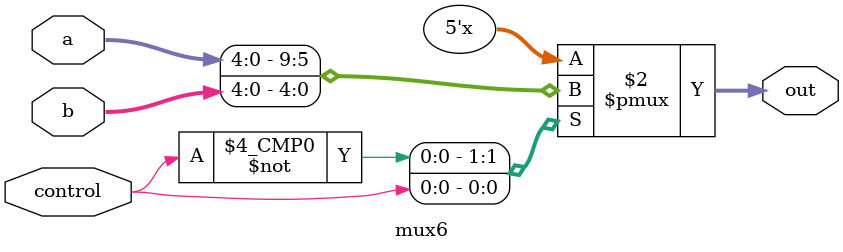
<source format=v>
`timescale 1ns / 1ps


module mux6(control, a, b, out);
    input                   control;
    input   [4:0]           a;
    input   [4:0]           b;
    output  reg [4:0]    out;
    
    always @(*) begin
        case(control)
            0:out = a;
            1:out = b;
        endcase
    end
endmodule

</source>
